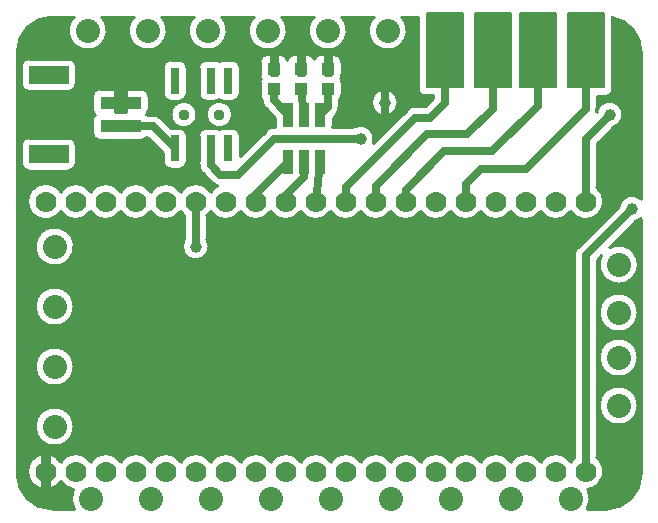
<source format=gbl>
G04 Generated by Ultiboard 12.0 *
%FSLAX25Y25*%
%MOIN*%

%ADD10C,0.00001*%
%ADD11C,0.00500*%
%ADD12C,0.01000*%
%ADD13C,0.02500*%
%ADD14C,0.08000*%
%ADD15C,0.03937*%
%ADD16C,0.07000*%
%ADD17R,0.13386X0.05906*%
%ADD18R,0.13780X0.04331*%
%ADD19R,0.03543X0.07874*%
%ADD20R,0.04331X0.04331*%
%ADD21C,0.03701*%
%ADD22R,0.02953X0.08661*%


G04 ColorRGB 0000FF for the following layer *
%LNCopper Bottom*%
%LPD*%
G54D10*
G36*
X81298Y166488D02*
G75*
D01*
G03X90702Y166488I4702J-4488*
G01*
X90702Y166488D01*
X101298Y166488D01*
G75*
D01*
G03X110702Y166488I4702J-4488*
G01*
X110702Y166488D01*
X121298Y166488D01*
G75*
D01*
G03X130702Y166488I4702J-4488*
G01*
X130702Y166488D01*
X136207Y166488D01*
X136207Y141960D01*
G75*
D01*
G03X137794Y140373I1587J0*
G01*
X137794Y140373D01*
X141232Y140373D01*
X141232Y139561D01*
X138439Y136768D01*
X135054Y136768D01*
G75*
D01*
G03X132386Y135664I-3J-3768*
G01*
X132386Y135664D01*
X121203Y124482D01*
G75*
D01*
G03X114598Y129768I-4202J1519*
G01*
X114598Y129768D01*
X107735Y129768D01*
G75*
D01*
G03X107740Y129937I-2507J159*
G01*
X107740Y129937D01*
X107740Y132829D01*
X108661Y133750D01*
G75*
D01*
G03X109768Y136417I-2660J2667*
G01*
X109768Y136417D01*
X109768Y138554D01*
G75*
D01*
G03X110677Y140488I-1602J1934*
G01*
X110677Y140488D01*
X110677Y144819D01*
G74*
D01*
G03X110382Y146000I2512J0*
G01*
G75*
D01*
G03X110677Y147181I-2216J1181*
G01*
X110677Y147181D01*
X110677Y151512D01*
G74*
D01*
G03X108165Y154024I2512J0*
G01*
X108165Y154024D01*
X106969Y154024D01*
X106969Y147331D01*
X105031Y147331D01*
X105031Y154024D01*
X103835Y154024D01*
G75*
D01*
G03X101571Y152601I0J-2512*
G01*
G74*
D01*
G03X99307Y154024I2264J1089*
G01*
X99307Y154024D01*
X98111Y154024D01*
X98111Y147331D01*
X96173Y147331D01*
X96173Y154024D01*
X94976Y154024D01*
G75*
D01*
G03X92571Y152236I0J-2512*
G01*
G74*
D01*
G03X90165Y154024I2405J724*
G01*
X90165Y154024D01*
X88969Y154024D01*
X88969Y147331D01*
X87031Y147331D01*
X87031Y154024D01*
X85835Y154024D01*
G75*
D01*
G03X83323Y151512I0J-2512*
G01*
X83323Y151512D01*
X83323Y147181D01*
G75*
D01*
G03X83618Y146000I2512J0*
G01*
G74*
D01*
G03X83323Y144819I2216J1181*
G01*
X83323Y144819D01*
X83323Y140488D01*
G75*
D01*
G03X84235Y138551I2512J0*
G01*
G74*
D01*
G03X85336Y136036I3764J149*
G01*
X85336Y136036D01*
X88543Y132829D01*
X88543Y129937D01*
G75*
D01*
G03X88549Y129768I2512J5*
G01*
X88549Y129768D01*
X88003Y129768D01*
G75*
D01*
G03X85336Y128664I-2J-3768*
G01*
X85336Y128664D01*
X76847Y120176D01*
X76847Y127012D01*
G74*
D01*
G03X74335Y129524I2512J0*
G01*
X74335Y129524D01*
X71382Y129524D01*
G75*
D01*
G03X69906Y129044I1J-2512*
G01*
G74*
D01*
G03X68429Y129524I1477J2032*
G01*
X68429Y129524D01*
X65476Y129524D01*
G75*
D01*
G03X62964Y127012I0J-2512*
G01*
X62964Y127012D01*
X62964Y118350D01*
G75*
D01*
G03X63185Y117322I2512J2*
G01*
X63185Y117322D01*
X63185Y117051D01*
G75*
D01*
G03X64288Y114383I3768J-4*
G01*
X64288Y114383D01*
X67336Y111336D01*
G74*
D01*
G03X69215Y110315I2664J2663*
G01*
G74*
D01*
G03X67000Y108317I2785J5314*
G01*
G75*
D01*
G03X57000Y108317I-5000J-3317*
G01*
G75*
D01*
G03X47000Y108317I-5000J-3317*
G01*
G75*
D01*
G03X37000Y108317I-5000J-3317*
G01*
G75*
D01*
G03X27000Y108317I-5000J-3317*
G01*
G75*
D01*
G03X17000Y108317I-5000J-3317*
G01*
G75*
D01*
G03X17000Y101683I-5000J-3317*
G01*
G75*
D01*
G03X27000Y101683I5000J3317*
G01*
G75*
D01*
G03X37000Y101683I5000J3317*
G01*
G75*
D01*
G03X47000Y101683I5000J3317*
G01*
G75*
D01*
G03X57000Y101683I5000J3317*
G01*
G74*
D01*
G03X58232Y100331I4999J3318*
G01*
X58232Y100331D01*
X58232Y92402D01*
G75*
D01*
G03X65768Y92402I3768J-2401*
G01*
X65768Y92402D01*
X65768Y100331D01*
G74*
D01*
G03X67000Y101683I3766J4669*
G01*
G75*
D01*
G03X77000Y101683I5000J3317*
G01*
G75*
D01*
G03X87000Y101683I5000J3317*
G01*
G75*
D01*
G03X97000Y101683I5000J3317*
G01*
G75*
D01*
G03X107000Y101683I5000J3317*
G01*
G75*
D01*
G03X117000Y101683I5000J3317*
G01*
G75*
D01*
G03X127000Y101683I5000J3317*
G01*
G75*
D01*
G03X137000Y101683I5000J3317*
G01*
G75*
D01*
G03X147000Y101683I5000J3317*
G01*
G75*
D01*
G03X157000Y101683I5000J3317*
G01*
G75*
D01*
G03X167000Y101683I5000J3317*
G01*
G75*
D01*
G03X177000Y101683I5000J3317*
G01*
G75*
D01*
G03X187000Y101683I5000J3317*
G01*
G75*
D01*
G03X195768Y109669I5000J3317*
G01*
X195768Y109669D01*
X195768Y124439D01*
X200966Y129637D01*
G75*
D01*
G03X195637Y134966I-967J4362*
G01*
X195637Y134966D01*
X195618Y134947D01*
G75*
D01*
G03X195768Y136000I-3618J1053*
G01*
X195768Y136000D01*
X195768Y140293D01*
X199285Y140293D01*
G75*
D01*
G03X200873Y141881I0J1588*
G01*
X200873Y141881D01*
X200873Y166327D01*
G74*
D01*
G02X210487Y154964I1908J11363*
G01*
G75*
D01*
G03X210488Y154885I2513J-8*
G01*
X210488Y154885D01*
X210488Y105923D01*
G75*
D01*
G03X203137Y103566I-2988J-3322*
G01*
X203137Y103566D01*
X191546Y91975D01*
X191546Y91975D01*
X191230Y91659D01*
X189336Y89764D01*
G75*
D01*
G03X188232Y87093I2663J-2664*
G01*
X188232Y87093D01*
X188232Y19669D01*
G74*
D01*
G03X187000Y18317I3766J4669*
G01*
G75*
D01*
G03X177000Y18317I-5000J-3317*
G01*
G75*
D01*
G03X167000Y18317I-5000J-3317*
G01*
G75*
D01*
G03X157000Y18317I-5000J-3317*
G01*
G75*
D01*
G03X147000Y18317I-5000J-3317*
G01*
G75*
D01*
G03X137000Y18317I-5000J-3317*
G01*
G75*
D01*
G03X127000Y18317I-5000J-3317*
G01*
G75*
D01*
G03X117000Y18317I-5000J-3317*
G01*
G75*
D01*
G03X107000Y18317I-5000J-3317*
G01*
G75*
D01*
G03X97000Y18317I-5000J-3317*
G01*
G75*
D01*
G03X87000Y18317I-5000J-3317*
G01*
G75*
D01*
G03X77000Y18317I-5000J-3317*
G01*
G75*
D01*
G03X67000Y18317I-5000J-3317*
G01*
G75*
D01*
G03X57000Y18317I-5000J-3317*
G01*
G75*
D01*
G03X47000Y18317I-5000J-3317*
G01*
G75*
D01*
G03X37000Y18317I-5000J-3317*
G01*
G75*
D01*
G03X27000Y18317I-5000J-3317*
G01*
G75*
D01*
G03X17000Y18317I-5000J-3317*
G01*
G74*
D01*
G03X13243Y20870I5000J3317*
G01*
X13243Y20870D01*
X13243Y16693D01*
G75*
D01*
G03X10757Y16693I-1243J-1693*
G01*
X10757Y16693D01*
X10757Y20870D01*
G75*
D01*
G03X10757Y9130I1242J-5870*
G01*
X10757Y9130D01*
X10757Y13307D01*
G75*
D01*
G03X13243Y13307I1243J1693*
G01*
X13243Y13307D01*
X13243Y9130D01*
G74*
D01*
G03X17000Y11683I1243J5870*
G01*
G74*
D01*
G03X21258Y9046I5000J3317*
G01*
G75*
D01*
G03X21515Y2512I5741J-3046*
G01*
X21515Y2512D01*
X14115Y2512D01*
G74*
D01*
G03X14036Y2513I71J2512*
G01*
G75*
D01*
G02X2513Y14036I0J11523*
G01*
G74*
D01*
G03X2512Y14115I2513J8*
G01*
X2512Y14115D01*
X2512Y154885D01*
G75*
D01*
G03X2513Y154964I-2512J71*
G01*
G75*
D01*
G02X14036Y166487I11523J0*
G01*
G74*
D01*
G03X14115Y166488I8J2513*
G01*
X14115Y166488D01*
X21298Y166488D01*
G75*
D01*
G03X30702Y166488I4702J-4488*
G01*
X30702Y166488D01*
X41298Y166488D01*
G75*
D01*
G03X50702Y166488I4702J-4488*
G01*
X50702Y166488D01*
X61298Y166488D01*
G75*
D01*
G03X70702Y166488I4702J-4488*
G01*
X70702Y166488D01*
X81298Y166488D01*
D02*
G37*
%LPC*%
G36*
X8807Y91975D02*
G75*
D01*
G03X8807Y91975I6193J-1975*
G01*
D02*
G37*
G36*
X125926Y138734D02*
G75*
D01*
G03X124074Y138734I-926J-733*
G01*
X124074Y138734D01*
X124074Y142372D01*
G75*
D01*
G03X124074Y133628I921J-4372*
G01*
X124074Y133628D01*
X124074Y137266D01*
G75*
D01*
G03X125926Y137266I926J733*
G01*
X125926Y137266D01*
X125926Y133628D01*
G75*
D01*
G03X125926Y142372I-921J4372*
G01*
X125926Y142372D01*
X125926Y138734D01*
D02*
G37*
G36*
X69906Y151682D02*
G74*
D01*
G03X68429Y152162I1477J2032*
G01*
X68429Y152162D01*
X65476Y152162D01*
G75*
D01*
G03X62964Y149650I0J-2512*
G01*
X62964Y149650D01*
X62964Y140988D01*
G75*
D01*
G03X65476Y138476I2512J0*
G01*
X65476Y138476D01*
X68429Y138476D01*
G74*
D01*
G03X69906Y138956I0J2512*
G01*
G75*
D01*
G03X71382Y138476I1477J2031*
G01*
X71382Y138476D01*
X74335Y138476D01*
G75*
D01*
G03X76847Y140988I0J2512*
G01*
X76847Y140988D01*
X76847Y149650D01*
G74*
D01*
G03X74335Y152162I2512J0*
G01*
X74335Y152162D01*
X71382Y152162D01*
G75*
D01*
G03X69906Y151682I1J-2512*
G01*
D02*
G37*
G36*
X56618Y152162D02*
X56618Y152162D01*
X53665Y152162D01*
G75*
D01*
G03X51153Y149650I0J-2512*
G01*
X51153Y149650D01*
X51153Y140988D01*
G75*
D01*
G03X53665Y138476I2512J0*
G01*
X53665Y138476D01*
X56618Y138476D01*
G75*
D01*
G03X59130Y140988I0J2512*
G01*
X59130Y140988D01*
X59130Y149650D01*
G74*
D01*
G03X56618Y152162I2512J0*
G01*
D02*
G37*
G36*
X53744Y134000D02*
G75*
D01*
G03X53744Y134000I4350J0*
G01*
D02*
G37*
G36*
X53628Y129524D02*
X53628Y129524D01*
X50428Y132724D01*
G74*
D01*
G03X49027Y133612I2668J2661*
G01*
G75*
D01*
G03X47756Y133831I-1266J-3549*
G01*
X47756Y133831D01*
X45824Y133831D01*
G74*
D01*
G03X45671Y134000I1936J1599*
G01*
G75*
D01*
G03X46402Y135772I-1781J1771*
G01*
X46402Y135772D01*
X46402Y140102D01*
G74*
D01*
G03X43890Y142614I2512J0*
G01*
X43890Y142614D01*
X38947Y142614D01*
X38947Y134740D01*
X35053Y134740D01*
X35053Y142614D01*
X30110Y142614D01*
G75*
D01*
G03X27598Y140102I0J-2512*
G01*
X27598Y140102D01*
X27598Y135772D01*
G75*
D01*
G03X28329Y134000I2512J-1*
G01*
G74*
D01*
G03X27598Y132228I1781J1771*
G01*
X27598Y132228D01*
X27598Y127898D01*
G75*
D01*
G03X30110Y125386I2512J0*
G01*
X30110Y125386D01*
X43890Y125386D01*
G74*
D01*
G03X45824Y126295I0J2512*
G01*
X45824Y126295D01*
X46199Y126295D01*
X51153Y121341D01*
X51153Y118350D01*
G75*
D01*
G03X53665Y115838I2512J0*
G01*
X53665Y115838D01*
X56618Y115838D01*
G75*
D01*
G03X59130Y118350I0J2512*
G01*
X59130Y118350D01*
X59130Y127012D01*
G74*
D01*
G03X56618Y129524I2512J0*
G01*
X56618Y129524D01*
X53665Y129524D01*
G75*
D01*
G03X53628Y129524I-18J-2512*
G01*
D02*
G37*
G36*
X3795Y123764D02*
X3795Y123764D01*
X3795Y117858D01*
G75*
D01*
G03X6307Y115346I2512J0*
G01*
X6307Y115346D01*
X19693Y115346D01*
G75*
D01*
G03X22205Y117858I0J2512*
G01*
X22205Y117858D01*
X22205Y123764D01*
G74*
D01*
G03X19693Y126276I2512J0*
G01*
X19693Y126276D01*
X6307Y126276D01*
G75*
D01*
G03X3795Y123764I0J-2512*
G01*
D02*
G37*
G36*
X65555Y134000D02*
G75*
D01*
G03X65555Y134000I4351J0*
G01*
D02*
G37*
G36*
X3795Y150142D02*
X3795Y150142D01*
X3795Y144236D01*
G75*
D01*
G03X6307Y141724I2512J0*
G01*
X6307Y141724D01*
X19693Y141724D01*
G75*
D01*
G03X22205Y144236I0J2512*
G01*
X22205Y144236D01*
X22205Y150142D01*
G74*
D01*
G03X19693Y152654I2512J0*
G01*
X19693Y152654D01*
X6307Y152654D01*
G75*
D01*
G03X3795Y150142I0J-2512*
G01*
D02*
G37*
G36*
X8500Y30000D02*
G75*
D01*
G03X8500Y30000I6500J0*
G01*
D02*
G37*
G36*
X8500Y50000D02*
G75*
D01*
G03X8500Y50000I6500J0*
G01*
D02*
G37*
G36*
X8500Y70000D02*
G75*
D01*
G03X8500Y70000I6500J0*
G01*
D02*
G37*
%LPD*%
G36*
X210488Y14115D02*
X210488Y14115D01*
X210488Y99277D01*
G74*
D01*
G02X208466Y98237I2987J3322*
G01*
X208466Y98237D01*
X202204Y91975D01*
X199990Y89761D01*
G75*
D01*
G02X197239Y87010I3009J-5760*
G01*
X197239Y87010D01*
X195768Y85539D01*
X195768Y19669D01*
G75*
D01*
G02X192742Y9046I-3766J-4670*
G01*
G75*
D01*
G02X192485Y2512I-5741J-3046*
G01*
X192485Y2512D01*
X198885Y2512D01*
G75*
D01*
G02X198964Y2513I71J-2512*
G01*
G75*
D01*
G03X210487Y14036I0J11523*
G01*
G74*
D01*
G02X210488Y14115I2513J8*
G01*
D02*
G37*
%LPC*%
G36*
X196500Y68000D02*
G75*
D01*
G02X196500Y68000I6500J0*
G01*
D02*
G37*
G36*
X196500Y53000D02*
G75*
D01*
G02X196500Y53000I6500J0*
G01*
D02*
G37*
G36*
X196500Y37000D02*
G75*
D01*
G02X196500Y37000I6500J0*
G01*
D02*
G37*
%LPD*%
G36*
X170123Y167744D02*
X170123Y167744D01*
X182123Y167744D01*
X182123Y143043D01*
X170123Y143043D01*
X170123Y167744D01*
D02*
G37*
G36*
X186123Y167744D02*
X186123Y167744D01*
X198123Y167744D01*
X198123Y143043D01*
X186123Y143043D01*
X186123Y167744D01*
D02*
G37*
G36*
X138957Y167744D02*
X138957Y167744D01*
X150957Y167744D01*
X150957Y143123D01*
X138957Y143123D01*
X138957Y167744D01*
D02*
G37*
G36*
X154957Y167744D02*
X154957Y167744D01*
X166957Y167744D01*
X166957Y143123D01*
X154957Y143123D01*
X154957Y167744D01*
D02*
G37*
G54D11*
X138957Y167744D02*
X150957Y167744D01*
X150957Y143123D01*
X138957Y143123D01*
X138957Y167744D01*
X154957Y167744D02*
X166957Y167744D01*
X166957Y143123D01*
X154957Y143123D01*
X154957Y167744D01*
X170123Y167744D02*
X182123Y167744D01*
X182123Y143043D01*
X170123Y143043D01*
X170123Y167744D01*
X186123Y167744D02*
X198123Y167744D01*
X198123Y143043D01*
X186123Y143043D01*
X186123Y167744D01*
G54D12*
X8807Y91975D02*
G75*
D01*
G03X8807Y91975I6193J-1975*
G01*
X125926Y138734D02*
G75*
D01*
G03X124074Y138734I-926J-733*
G01*
X124074Y142372D01*
G75*
D01*
G03X124074Y133628I921J-4372*
G01*
X124074Y137266D01*
G75*
D01*
G03X125926Y137266I926J733*
G01*
X125926Y133628D01*
G75*
D01*
G03X125926Y142372I-921J4372*
G01*
X125926Y138734D01*
X69906Y151682D02*
G74*
D01*
G03X68429Y152162I1477J2032*
G01*
X65476Y152162D01*
G75*
D01*
G03X62964Y149650I0J-2512*
G01*
X62964Y140988D01*
G75*
D01*
G03X65476Y138476I2512J0*
G01*
X68429Y138476D01*
G74*
D01*
G03X69906Y138956I0J2512*
G01*
G75*
D01*
G03X71382Y138476I1477J2031*
G01*
X74335Y138476D01*
G75*
D01*
G03X76847Y140988I0J2512*
G01*
X76847Y149650D01*
G74*
D01*
G03X74335Y152162I2512J0*
G01*
X71382Y152162D01*
G75*
D01*
G03X69906Y151682I1J-2512*
G01*
X56618Y152162D02*
X53665Y152162D01*
G75*
D01*
G03X51153Y149650I0J-2512*
G01*
X51153Y140988D01*
G75*
D01*
G03X53665Y138476I2512J0*
G01*
X56618Y138476D01*
G75*
D01*
G03X59130Y140988I0J2512*
G01*
X59130Y149650D01*
G74*
D01*
G03X56618Y152162I2512J0*
G01*
X53744Y134000D02*
G75*
D01*
G03X53744Y134000I4350J0*
G01*
X53628Y129524D02*
X50428Y132724D01*
G74*
D01*
G03X49027Y133612I2668J2661*
G01*
G75*
D01*
G03X47756Y133831I-1266J-3549*
G01*
X45824Y133831D01*
G74*
D01*
G03X45671Y134000I1936J1599*
G01*
G75*
D01*
G03X46402Y135772I-1781J1771*
G01*
X46402Y140102D01*
G74*
D01*
G03X43890Y142614I2512J0*
G01*
X38947Y142614D01*
X38947Y134740D01*
X35053Y134740D01*
X35053Y142614D01*
X30110Y142614D01*
G75*
D01*
G03X27598Y140102I0J-2512*
G01*
X27598Y135772D01*
G75*
D01*
G03X28329Y134000I2512J-1*
G01*
G74*
D01*
G03X27598Y132228I1781J1771*
G01*
X27598Y127898D01*
G75*
D01*
G03X30110Y125386I2512J0*
G01*
X43890Y125386D01*
G74*
D01*
G03X45824Y126295I0J2512*
G01*
X46199Y126295D01*
X51153Y121341D01*
X51153Y118350D01*
G75*
D01*
G03X53665Y115838I2512J0*
G01*
X56618Y115838D01*
G75*
D01*
G03X59130Y118350I0J2512*
G01*
X59130Y127012D01*
G74*
D01*
G03X56618Y129524I2512J0*
G01*
X53665Y129524D01*
G75*
D01*
G03X53628Y129524I-18J-2512*
G01*
X3795Y123764D02*
X3795Y117858D01*
G75*
D01*
G03X6307Y115346I2512J0*
G01*
X19693Y115346D01*
G75*
D01*
G03X22205Y117858I0J2512*
G01*
X22205Y123764D01*
G74*
D01*
G03X19693Y126276I2512J0*
G01*
X6307Y126276D01*
G75*
D01*
G03X3795Y123764I0J-2512*
G01*
X65555Y134000D02*
G75*
D01*
G03X65555Y134000I4351J0*
G01*
X3795Y150142D02*
X3795Y144236D01*
G75*
D01*
G03X6307Y141724I2512J0*
G01*
X19693Y141724D01*
G75*
D01*
G03X22205Y144236I0J2512*
G01*
X22205Y150142D01*
G74*
D01*
G03X19693Y152654I2512J0*
G01*
X6307Y152654D01*
G75*
D01*
G03X3795Y150142I0J-2512*
G01*
X8500Y30000D02*
G75*
D01*
G03X8500Y30000I6500J0*
G01*
X8500Y50000D02*
G75*
D01*
G03X8500Y50000I6500J0*
G01*
X8500Y70000D02*
G75*
D01*
G03X8500Y70000I6500J0*
G01*
X81298Y166488D02*
G75*
D01*
G03X90702Y166488I4702J-4488*
G01*
X101298Y166488D01*
G75*
D01*
G03X110702Y166488I4702J-4488*
G01*
X121298Y166488D01*
G75*
D01*
G03X130702Y166488I4702J-4488*
G01*
X136207Y166488D01*
X136207Y141960D01*
G75*
D01*
G03X137794Y140373I1587J0*
G01*
X141232Y140373D01*
X141232Y139561D01*
X138439Y136768D01*
X135054Y136768D01*
G75*
D01*
G03X132386Y135664I-3J-3768*
G01*
X121203Y124482D01*
G75*
D01*
G03X114598Y129768I-4202J1519*
G01*
X107735Y129768D01*
G75*
D01*
G03X107740Y129937I-2507J159*
G01*
X107740Y132829D01*
X108661Y133750D01*
G75*
D01*
G03X109768Y136417I-2660J2667*
G01*
X109768Y138554D01*
G75*
D01*
G03X110677Y140488I-1602J1934*
G01*
X110677Y144819D01*
G74*
D01*
G03X110382Y146000I2512J0*
G01*
G75*
D01*
G03X110677Y147181I-2216J1181*
G01*
X110677Y151512D01*
G74*
D01*
G03X108165Y154024I2512J0*
G01*
X106969Y154024D01*
X106969Y147331D01*
X105031Y147331D01*
X105031Y154024D01*
X103835Y154024D01*
G75*
D01*
G03X101571Y152601I0J-2512*
G01*
G74*
D01*
G03X99307Y154024I2264J1089*
G01*
X98111Y154024D01*
X98111Y147331D01*
X96173Y147331D01*
X96173Y154024D01*
X94976Y154024D01*
G75*
D01*
G03X92571Y152236I0J-2512*
G01*
G74*
D01*
G03X90165Y154024I2405J724*
G01*
X88969Y154024D01*
X88969Y147331D01*
X87031Y147331D01*
X87031Y154024D01*
X85835Y154024D01*
G75*
D01*
G03X83323Y151512I0J-2512*
G01*
X83323Y147181D01*
G75*
D01*
G03X83618Y146000I2512J0*
G01*
G74*
D01*
G03X83323Y144819I2216J1181*
G01*
X83323Y140488D01*
G75*
D01*
G03X84235Y138551I2512J0*
G01*
G74*
D01*
G03X85336Y136036I3764J149*
G01*
X88543Y132829D01*
X88543Y129937D01*
G75*
D01*
G03X88549Y129768I2512J5*
G01*
X88003Y129768D01*
G75*
D01*
G03X85336Y128664I-2J-3768*
G01*
X76847Y120176D01*
X76847Y127012D01*
G74*
D01*
G03X74335Y129524I2512J0*
G01*
X71382Y129524D01*
G75*
D01*
G03X69906Y129044I1J-2512*
G01*
G74*
D01*
G03X68429Y129524I1477J2032*
G01*
X65476Y129524D01*
G75*
D01*
G03X62964Y127012I0J-2512*
G01*
X62964Y118350D01*
G75*
D01*
G03X63185Y117322I2512J2*
G01*
X63185Y117051D01*
G75*
D01*
G03X64288Y114383I3768J-4*
G01*
X67336Y111336D01*
G74*
D01*
G03X69215Y110315I2664J2663*
G01*
G74*
D01*
G03X67000Y108317I2785J5314*
G01*
G75*
D01*
G03X57000Y108317I-5000J-3317*
G01*
G75*
D01*
G03X47000Y108317I-5000J-3317*
G01*
G75*
D01*
G03X37000Y108317I-5000J-3317*
G01*
G75*
D01*
G03X27000Y108317I-5000J-3317*
G01*
G75*
D01*
G03X17000Y108317I-5000J-3317*
G01*
G75*
D01*
G03X17000Y101683I-5000J-3317*
G01*
G75*
D01*
G03X27000Y101683I5000J3317*
G01*
G75*
D01*
G03X37000Y101683I5000J3317*
G01*
G75*
D01*
G03X47000Y101683I5000J3317*
G01*
G75*
D01*
G03X57000Y101683I5000J3317*
G01*
G74*
D01*
G03X58232Y100331I4999J3318*
G01*
X58232Y92402D01*
G75*
D01*
G03X65768Y92402I3768J-2401*
G01*
X65768Y100331D01*
G74*
D01*
G03X67000Y101683I3766J4669*
G01*
G75*
D01*
G03X77000Y101683I5000J3317*
G01*
G75*
D01*
G03X87000Y101683I5000J3317*
G01*
G75*
D01*
G03X97000Y101683I5000J3317*
G01*
G75*
D01*
G03X107000Y101683I5000J3317*
G01*
G75*
D01*
G03X117000Y101683I5000J3317*
G01*
G75*
D01*
G03X127000Y101683I5000J3317*
G01*
G75*
D01*
G03X137000Y101683I5000J3317*
G01*
G75*
D01*
G03X147000Y101683I5000J3317*
G01*
G75*
D01*
G03X157000Y101683I5000J3317*
G01*
G75*
D01*
G03X167000Y101683I5000J3317*
G01*
G75*
D01*
G03X177000Y101683I5000J3317*
G01*
G75*
D01*
G03X187000Y101683I5000J3317*
G01*
G75*
D01*
G03X195768Y109669I5000J3317*
G01*
X195768Y124439D01*
X200966Y129637D01*
G75*
D01*
G03X195637Y134966I-967J4362*
G01*
X195618Y134947D01*
G75*
D01*
G03X195768Y136000I-3618J1053*
G01*
X195768Y140293D01*
X199285Y140293D01*
G75*
D01*
G03X200873Y141881I0J1588*
G01*
X200873Y166327D01*
G74*
D01*
G02X210487Y154964I1908J11363*
G01*
G75*
D01*
G03X210488Y154885I2513J-8*
G01*
X210488Y105923D01*
G75*
D01*
G03X203137Y103566I-2988J-3322*
G01*
X191546Y91975D01*
X191546Y91975D01*
X191230Y91659D01*
X189336Y89764D01*
G75*
D01*
G03X188232Y87093I2663J-2664*
G01*
X188232Y19669D01*
G74*
D01*
G03X187000Y18317I3766J4669*
G01*
G75*
D01*
G03X177000Y18317I-5000J-3317*
G01*
G75*
D01*
G03X167000Y18317I-5000J-3317*
G01*
G75*
D01*
G03X157000Y18317I-5000J-3317*
G01*
G75*
D01*
G03X147000Y18317I-5000J-3317*
G01*
G75*
D01*
G03X137000Y18317I-5000J-3317*
G01*
G75*
D01*
G03X127000Y18317I-5000J-3317*
G01*
G75*
D01*
G03X117000Y18317I-5000J-3317*
G01*
G75*
D01*
G03X107000Y18317I-5000J-3317*
G01*
G75*
D01*
G03X97000Y18317I-5000J-3317*
G01*
G75*
D01*
G03X87000Y18317I-5000J-3317*
G01*
G75*
D01*
G03X77000Y18317I-5000J-3317*
G01*
G75*
D01*
G03X67000Y18317I-5000J-3317*
G01*
G75*
D01*
G03X57000Y18317I-5000J-3317*
G01*
G75*
D01*
G03X47000Y18317I-5000J-3317*
G01*
G75*
D01*
G03X37000Y18317I-5000J-3317*
G01*
G75*
D01*
G03X27000Y18317I-5000J-3317*
G01*
G75*
D01*
G03X17000Y18317I-5000J-3317*
G01*
G74*
D01*
G03X13243Y20870I5000J3317*
G01*
X13243Y16693D01*
G75*
D01*
G03X10757Y16693I-1243J-1693*
G01*
X10757Y20870D01*
G75*
D01*
G03X10757Y9130I1242J-5870*
G01*
X10757Y13307D01*
G75*
D01*
G03X13243Y13307I1243J1693*
G01*
X13243Y9130D01*
G74*
D01*
G03X17000Y11683I1243J5870*
G01*
G74*
D01*
G03X21258Y9046I5000J3317*
G01*
G75*
D01*
G03X21515Y2512I5741J-3046*
G01*
X14115Y2512D01*
G74*
D01*
G03X14036Y2513I71J2512*
G01*
G75*
D01*
G02X2513Y14036I0J11523*
G01*
G74*
D01*
G03X2512Y14115I2513J8*
G01*
X2512Y154885D01*
G75*
D01*
G03X2513Y154964I-2512J71*
G01*
G75*
D01*
G02X14036Y166487I11523J0*
G01*
G74*
D01*
G03X14115Y166488I8J2513*
G01*
X21298Y166488D01*
G75*
D01*
G03X30702Y166488I4702J-4488*
G01*
X41298Y166488D01*
G75*
D01*
G03X50702Y166488I4702J-4488*
G01*
X61298Y166488D01*
G75*
D01*
G03X70702Y166488I4702J-4488*
G01*
X81298Y166488D01*
X196500Y68000D02*
G75*
D01*
G02X196500Y68000I6500J0*
G01*
X196500Y53000D02*
G75*
D01*
G02X196500Y53000I6500J0*
G01*
X196500Y37000D02*
G75*
D01*
G02X196500Y37000I6500J0*
G01*
X210488Y14115D02*
X210488Y99277D01*
G74*
D01*
G02X208466Y98237I2987J3322*
G01*
X202204Y91975D01*
X199990Y89761D01*
G75*
D01*
G02X197239Y87010I3009J-5760*
G01*
X195768Y85539D01*
X195768Y19669D01*
G75*
D01*
G02X192742Y9046I-3766J-4670*
G01*
G75*
D01*
G02X192485Y2512I-5741J-3046*
G01*
X198885Y2512D01*
G75*
D01*
G02X198964Y2513I71J-2512*
G01*
G75*
D01*
G03X210487Y14036I0J11523*
G01*
G74*
D01*
G02X210488Y14115I2513J8*
G01*
G54D13*
X62000Y90000D02*
X62000Y105000D01*
X207500Y102600D02*
X192000Y87100D01*
X192000Y15000D01*
X140000Y133000D02*
X145000Y138000D01*
X145000Y159000D01*
X88000Y142654D02*
X88000Y138701D01*
X92827Y133874D01*
X97142Y142654D02*
X98142Y133874D01*
X106000Y142654D02*
X106000Y136417D01*
X103457Y133874D01*
X102000Y105000D02*
X103457Y118126D01*
X98142Y113192D02*
X92000Y107050D01*
X98142Y118126D02*
X98142Y113192D01*
X92000Y107050D02*
X92000Y105000D01*
X92776Y118126D02*
X82000Y107350D01*
X82000Y105000D01*
X161000Y136000D02*
X161000Y159000D01*
X176000Y137000D02*
X176000Y159000D01*
X152000Y105000D02*
X152000Y111000D01*
X157000Y116000D01*
X172000Y116000D01*
X192000Y136000D01*
X192000Y159000D01*
X152350Y127350D02*
X161000Y136000D01*
X160800Y121800D02*
X176000Y137000D01*
X122000Y110300D02*
X139050Y127350D01*
X122000Y105000D02*
X122000Y110300D01*
X139050Y127350D02*
X152350Y127350D01*
X112000Y109950D02*
X135050Y133000D01*
X140000Y133000D01*
X112000Y105000D02*
X112000Y109950D01*
X132000Y108950D02*
X144850Y121800D01*
X160800Y121800D01*
X132000Y105000D02*
X132000Y108950D01*
X55142Y122681D02*
X47760Y130063D01*
X37000Y130063D01*
X66953Y122681D02*
X66953Y117047D01*
X70000Y114000D01*
X76000Y114000D01*
X88000Y126000D01*
X117000Y126000D01*
X192000Y105000D02*
X192000Y126000D01*
X200000Y134000D01*
G54D14*
X27000Y6000D03*
X47000Y6000D03*
X67000Y6000D03*
X87000Y6000D03*
X107000Y6000D03*
X127000Y6000D03*
X147000Y6000D03*
X167000Y6000D03*
X187000Y6000D03*
X26000Y162000D03*
X46000Y162000D03*
X66000Y162000D03*
X86000Y162000D03*
X106000Y162000D03*
X126000Y162000D03*
X192000Y159000D03*
X176000Y159000D03*
X161000Y159000D03*
X145000Y159000D03*
X203000Y84000D03*
X203000Y68000D03*
X203000Y53000D03*
X203000Y37000D03*
X15000Y30000D03*
X15000Y50000D03*
X15000Y70000D03*
X15000Y90000D03*
G54D15*
X62000Y90000D03*
X207500Y102600D03*
X125000Y138000D03*
X117000Y126000D03*
X200000Y134000D03*
G54D16*
X192000Y105000D03*
X182000Y105000D03*
X172000Y105000D03*
X162000Y105000D03*
X152000Y105000D03*
X142000Y105000D03*
X132000Y105000D03*
X122000Y105000D03*
X112000Y105000D03*
X102000Y105000D03*
X92000Y105000D03*
X82000Y105000D03*
X72000Y105000D03*
X62000Y105000D03*
X52000Y105000D03*
X42000Y105000D03*
X32000Y105000D03*
X22000Y105000D03*
X12000Y105000D03*
X192000Y15000D03*
X182000Y15000D03*
X172000Y15000D03*
X162000Y15000D03*
X152000Y15000D03*
X142000Y15000D03*
X132000Y15000D03*
X122000Y15000D03*
X112000Y15000D03*
X102000Y15000D03*
X92000Y15000D03*
X82000Y15000D03*
X72000Y15000D03*
X62000Y15000D03*
X52000Y15000D03*
X42000Y15000D03*
X32000Y15000D03*
X22000Y15000D03*
X12000Y15000D03*
G54D17*
X13000Y120811D03*
X13000Y147189D03*
G54D18*
X37000Y130063D03*
X37000Y137937D03*
G54D19*
X92827Y118126D03*
X103457Y118126D03*
X98142Y118126D03*
X92827Y133874D03*
X103457Y133874D03*
X98142Y133874D03*
G54D20*
X88000Y142654D03*
X88000Y149346D03*
X97142Y142654D03*
X97142Y149346D03*
X106000Y142654D03*
X106000Y149346D03*
G54D21*
X58094Y134000D03*
X69906Y134000D03*
X58094Y134000D03*
X69906Y134000D03*
G54D22*
X55142Y122681D03*
X72858Y122681D03*
X66953Y122681D03*
X55142Y145319D03*
X72858Y145319D03*
X66953Y145319D03*

M00*

</source>
